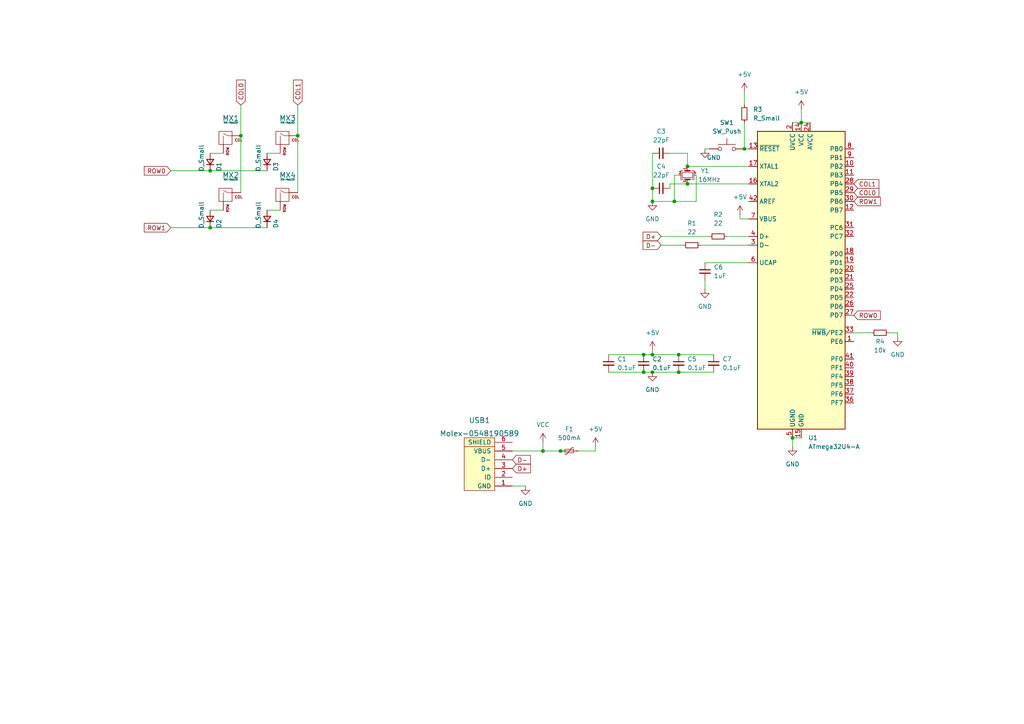
<source format=kicad_sch>
(kicad_sch (version 20211123) (generator eeschema)
  (paper "A4")
  (lib_symbols
    (symbol "Device:C_Small" (pin_numbers hide) (pin_names (offset 0.254) hide)
      (property "Reference" "C" (at 0.254 1.778 0))
      (property "Value" "C_Small" (at 0.254 -2.032 0))
      (symbol "C_Small_0_1"
        (polyline (pts (xy -1.524 -0.508) (xy 1.524 -0.508)) (stroke (width 0.3302)))
        (polyline (pts (xy -1.524 0.508) (xy 1.524 0.508)) (stroke (width 0.3048)))
      )
      (symbol "C_Small_1_1"
        (pin passive line (at 0 2.54 270) (length 2.032) (name "~") (number "1"))
        (pin passive line (at 0 -2.54 90) (length 2.032) (name "~") (number "2"))
      )
    )
    (symbol "Device:Crystal_GND24_Small" (pin_names (offset 1.016) hide)
      (property "Reference" "Y" (at 1.27 4.445 0))
      (property "Value" "Crystal_GND24_Small" (at 1.27 2.54 0))
      (symbol "Crystal_GND24_Small_0_1"
        (rectangle (start -0.762 -1.524) (end 0.762 1.524))
        (polyline (pts (xy -1.27 -0.762) (xy -1.27 0.762)) (stroke (width 0.381)))
        (polyline (pts (xy 1.27 -0.762) (xy 1.27 0.762)) (stroke (width 0.381)))
        (polyline (pts (xy -1.27 -1.27) (xy -1.27 -1.905) (xy 1.27 -1.905) (xy 1.27 -1.27)))
        (polyline (pts (xy -1.27 1.27) (xy -1.27 1.905) (xy 1.27 1.905) (xy 1.27 1.27)))
      )
      (symbol "Crystal_GND24_Small_1_1"
        (pin passive line (at -2.54 0 0) (length 1.27) (name "1") (number "1"))
        (pin passive line (at 0 -2.54 90) (length 0.635) (name "2") (number "2"))
        (pin passive line (at 2.54 0 180) (length 1.27) (name "3") (number "3"))
        (pin passive line (at 0 2.54 270) (length 0.635) (name "4") (number "4"))
      )
    )
    (symbol "Device:D_Small" (pin_numbers hide) (pin_names (offset 0.254) hide)
      (property "Reference" "D" (at -1.27 2.032 0))
      (property "Value" "D_Small" (at -3.81 -2.032 0))
      (symbol "D_Small_0_1"
        (polyline (pts (xy -0.762 -1.016) (xy -0.762 1.016)) (stroke (width 0.254)))
        (polyline (pts (xy -0.762 0) (xy 0.762 0)))
        (polyline (pts (xy 0.762 -1.016) (xy -0.762 0) (xy 0.762 1.016) (xy 0.762 -1.016)) (stroke (width 0.254)))
      )
      (symbol "D_Small_1_1"
        (pin passive line (at -2.54 0 0) (length 1.778) (name "K") (number "1"))
        (pin passive line (at 2.54 0 180) (length 1.778) (name "A") (number "2"))
      )
    )
    (symbol "Device:Polyfuse_Small" (pin_numbers hide) (pin_names (offset 0))
      (property "Reference" "F" (at -1.905 0 90))
      (property "Value" "Polyfuse_Small" (at 1.905 0 90))
      (symbol "Polyfuse_Small_0_1"
        (rectangle (start -0.508 1.27) (end 0.508 -1.27))
        (polyline (pts (xy 0 2.54) (xy 0 -2.54)))
        (polyline (pts (xy -1.016 1.27) (xy -1.016 0.762) (xy 1.016 -0.762) (xy 1.016 -1.27)))
      )
      (symbol "Polyfuse_Small_1_1"
        (pin passive line (at 0 2.54 270) (length 0.635) (name "~") (number "1"))
        (pin passive line (at 0 -2.54 90) (length 0.635) (name "~") (number "2"))
      )
    )
    (symbol "Device:R_Small" (pin_numbers hide) (pin_names (offset 0.254) hide)
      (property "Reference" "R" (at 0.762 0.508 0))
      (property "Value" "R_Small" (at 0.762 -1.016 0))
      (symbol "R_Small_0_1"
        (rectangle (start -0.762 1.778) (end 0.762 -1.778) (stroke (width 0.2032)))
      )
      (symbol "R_Small_1_1"
        (pin passive line (at 0 2.54 270) (length 0.762) (name "~") (number "1"))
        (pin passive line (at 0 -2.54 90) (length 0.762) (name "~") (number "2"))
      )
    )
    (symbol "MCU_Microchip_ATmega:ATmega32U4-A"
      (property "Reference" "U" (at -12.7 44.45 0))
      (property "Value" "ATmega32U4-A" (at 2.54 -44.45 0))
      (symbol "ATmega32U4-A_0_1"
        (rectangle (start -12.7 -43.18) (end 12.7 43.18) (stroke (width 0.254)) (fill (type background)))
      )
      (symbol "ATmega32U4-A_1_1"
        (pin bidirectional line (at 15.24 -17.78 180) (length 2.54) (name "PE6") (number "1"))
        (pin bidirectional line (at 15.24 33.02 180) (length 2.54) (name "PB2") (number "10"))
        (pin bidirectional line (at 15.24 30.48 180) (length 2.54) (name "PB3") (number "11"))
        (pin bidirectional line (at 15.24 20.32 180) (length 2.54) (name "PB7") (number "12"))
        (pin input line (at -15.24 38.1 0) (length 2.54) (name "~{RESET}") (number "13"))
        (pin power_in line (at 0 45.72 270) (length 2.54) (name "VCC") (number "14"))
        (pin power_in line (at 0 -45.72 90) (length 2.54) (name "GND") (number "15"))
        (pin output line (at -15.24 27.94 0) (length 2.54) (name "XTAL2") (number "16"))
        (pin input line (at -15.24 33.02 0) (length 2.54) (name "XTAL1") (number "17"))
        (pin bidirectional line (at 15.24 7.62 180) (length 2.54) (name "PD0") (number "18"))
        (pin bidirectional line (at 15.24 5.08 180) (length 2.54) (name "PD1") (number "19"))
        (pin power_in line (at -2.54 45.72 270) (length 2.54) (name "UVCC") (number "2"))
        (pin bidirectional line (at 15.24 2.54 180) (length 2.54) (name "PD2") (number "20"))
        (pin bidirectional line (at 15.24 0 180) (length 2.54) (name "PD3") (number "21"))
        (pin bidirectional line (at 15.24 -5.08 180) (length 2.54) (name "PD5") (number "22"))
        (pin passive line (at 0 -45.72 90) (length 2.54) hide (name "GND") (number "23"))
        (pin power_in line (at 2.54 45.72 270) (length 2.54) (name "AVCC") (number "24"))
        (pin bidirectional line (at 15.24 -2.54 180) (length 2.54) (name "PD4") (number "25"))
        (pin bidirectional line (at 15.24 -7.62 180) (length 2.54) (name "PD6") (number "26"))
        (pin bidirectional line (at 15.24 -10.16 180) (length 2.54) (name "PD7") (number "27"))
        (pin bidirectional line (at 15.24 27.94 180) (length 2.54) (name "PB4") (number "28"))
        (pin bidirectional line (at 15.24 25.4 180) (length 2.54) (name "PB5") (number "29"))
        (pin bidirectional line (at -15.24 10.16 0) (length 2.54) (name "D-") (number "3"))
        (pin bidirectional line (at 15.24 22.86 180) (length 2.54) (name "PB6") (number "30"))
        (pin bidirectional line (at 15.24 15.24 180) (length 2.54) (name "PC6") (number "31"))
        (pin bidirectional line (at 15.24 12.7 180) (length 2.54) (name "PC7") (number "32"))
        (pin bidirectional line (at 15.24 -15.24 180) (length 2.54) (name "~{HWB}/PE2") (number "33"))
        (pin passive line (at 0 45.72 270) (length 2.54) hide (name "VCC") (number "34"))
        (pin passive line (at 0 -45.72 90) (length 2.54) hide (name "GND") (number "35"))
        (pin bidirectional line (at 15.24 -35.56 180) (length 2.54) (name "PF7") (number "36"))
        (pin bidirectional line (at 15.24 -33.02 180) (length 2.54) (name "PF6") (number "37"))
        (pin bidirectional line (at 15.24 -30.48 180) (length 2.54) (name "PF5") (number "38"))
        (pin bidirectional line (at 15.24 -27.94 180) (length 2.54) (name "PF4") (number "39"))
        (pin bidirectional line (at -15.24 12.7 0) (length 2.54) (name "D+") (number "4"))
        (pin bidirectional line (at 15.24 -25.4 180) (length 2.54) (name "PF1") (number "40"))
        (pin bidirectional line (at 15.24 -22.86 180) (length 2.54) (name "PF0") (number "41"))
        (pin passive line (at -15.24 22.86 0) (length 2.54) (name "AREF") (number "42"))
        (pin passive line (at 0 -45.72 90) (length 2.54) hide (name "GND") (number "43"))
        (pin passive line (at 2.54 45.72 270) (length 2.54) hide (name "AVCC") (number "44"))
        (pin passive line (at -2.54 -45.72 90) (length 2.54) (name "UGND") (number "5"))
        (pin passive line (at -15.24 5.08 0) (length 2.54) (name "UCAP") (number "6"))
        (pin input line (at -15.24 17.78 0) (length 2.54) (name "VBUS") (number "7"))
        (pin bidirectional line (at 15.24 38.1 180) (length 2.54) (name "PB0") (number "8"))
        (pin bidirectional line (at 15.24 35.56 180) (length 2.54) (name "PB1") (number "9"))
      )
    )
    (symbol "MX_Alps_Hybrid:MX-NoLED" (pin_names (offset 1.016))
      (property "Reference" "MX" (at -0.635 3.81 0))
      (property "Value" "MX-NoLED" (at -0.635 1.27 0))
      (symbol "MX-NoLED_0_0"
        (rectangle (start -2.54 2.54) (end 1.27 -1.27))
        (polyline (pts (xy -1.27 -1.27) (xy -1.27 1.27)) (stroke (width 0.127)))
        (polyline (pts (xy 1.27 1.27) (xy 0 1.27) (xy -1.27 1.905)) (stroke (width 0.127)))
        (text "COL" (at 3.175 0 0) (effects (font (size 0.762 0.762))))
        (text "ROW" (at 0 -1.905 900) (effects (font (size 0.762 0.762)) (justify right)))
      )
      (symbol "MX-NoLED_1_1"
        (pin passive line (at 3.81 1.27 180) (length 2.54) (name "COL") (number "1"))
        (pin passive line (at -1.27 -3.81 90) (length 2.54) (name "ROW") (number "2"))
      )
    )
    (symbol "Switch:SW_Push" (pin_numbers hide) (pin_names (offset 1.016) hide)
      (property "Reference" "SW" (at 1.27 2.54 0))
      (property "Value" "SW_Push" (at 0 -1.524 0))
      (symbol "SW_Push_0_1"
        (circle (center -2.032 0) (radius 0.508))
        (polyline (pts (xy 0 1.27) (xy 0 3.048)))
        (polyline (pts (xy 2.54 1.27) (xy -2.54 1.27)))
        (circle (center 2.032 0) (radius 0.508))
        (pin passive line (at -5.08 0 0) (length 2.54) (name "1") (number "1"))
        (pin passive line (at 5.08 0 180) (length 2.54) (name "2") (number "2"))
      )
    )
    (symbol "power:+5V" (power) (pin_names (offset 0))
      (property "Value" "+5V" (at 0 3.556 0))
      (symbol "+5V_0_1"
        (polyline (pts (xy -0.762 1.27) (xy 0 2.54)))
        (polyline (pts (xy 0 0) (xy 0 2.54)))
        (polyline (pts (xy 0 2.54) (xy 0.762 1.27)))
      )
      (symbol "+5V_1_1"
        (pin power_in line (at 0 0 90) (length 0) hide (name "+5V") (number "1"))
      )
    )
    (symbol "power:GND" (power) (pin_names (offset 0))
      (property "Value" "GND" (at 0 -3.81 0))
      (symbol "GND_0_1"
        (polyline (pts (xy 0 0) (xy 0 -1.27) (xy 1.27 -1.27) (xy 0 -2.54) (xy -1.27 -1.27) (xy 0 -1.27)))
      )
      (symbol "GND_1_1"
        (pin power_in line (at 0 0 270) (length 0) hide (name "GND") (number "1"))
      )
    )
    (symbol "power:VCC" (power) (pin_names (offset 0))
      (property "Value" "VCC" (at 0 3.81 0))
      (symbol "VCC_0_1"
        (polyline (pts (xy -0.762 1.27) (xy 0 2.54)))
        (polyline (pts (xy 0 0) (xy 0 2.54)))
        (polyline (pts (xy 0 2.54) (xy 0.762 1.27)))
      )
      (symbol "VCC_1_1"
        (pin power_in line (at 0 0 90) (length 0) hide (name "VCC") (number "1"))
      )
    )
    (symbol "random-keyboard-parts:Molex-0548190589" (pin_names (offset 1.016))
      (property "Reference" "USB" (at 0 7.62 0))
      (property "Value" "Molex-0548190589" (at 0 10.16 0))
      (symbol "Molex-0548190589_0_0"
        (polyline (pts (xy 6.35 -2.54) (xy 6.35 6.35)))
        (rectangle (start 8.89 -2.54) (end -6.35 6.35) (fill (type background)))
      )
      (symbol "Molex-0548190589_1_1"
        (pin input line (at -5.08 -7.62 90) (length 5.08) (name "GND") (number "1"))
        (pin input line (at -2.54 -7.62 90) (length 5.08) (name "ID") (number "2"))
        (pin input line (at 0 -7.62 90) (length 5.08) (name "D+") (number "3"))
        (pin input line (at 2.54 -7.62 90) (length 5.08) (name "D-") (number "4"))
        (pin input line (at 5.08 -7.62 90) (length 5.08) (name "VBUS") (number "5"))
        (pin input line (at 7.62 -7.62 90) (length 5.08) (name "SHIELD") (number "6"))
      )
    )
  )
  (junction (at 189.23 102.87))
  (junction (at 162.56 130.81))
  (junction (at 196.85 102.87))
  (junction (at 195.58 58.42))
  (junction (at 199.39 53.34))
  (junction (at 229.87 127))
  (junction (at 196.85 107.95))
  (junction (at 86.36 39.37))
  (junction (at 60.96 49.53))
  (junction (at 189.23 58.42))
  (junction (at 199.39 48.26))
  (junction (at 215.9 43.18))
  (junction (at 189.23 107.95))
  (junction (at 232.41 35.56))
  (junction (at 186.69 102.87))
  (junction (at 69.85 39.37))
  (junction (at 186.69 107.95))
  (junction (at 60.96 66.04))
  (junction (at 189.23 54.61))
  (junction (at 157.48 130.81))
  (wire (pts (xy 204.47 81.28) (xy 204.47 83.82)))
  (wire (pts (xy 60.96 49.53) (xy 77.47 49.53)))
  (wire (pts (xy 189.23 58.42) (xy 195.58 58.42)))
  (wire (pts (xy 232.41 31.75) (xy 232.41 35.56)))
  (wire (pts (xy 257.81 96.52) (xy 260.35 96.52)))
  (wire (pts (xy 203.2 71.12) (xy 217.17 71.12)))
  (wire (pts (xy 189.23 102.87) (xy 196.85 102.87)))
  (wire (pts (xy 172.72 129.54) (xy 172.72 130.81)))
  (wire (pts (xy 199.39 53.34) (xy 217.17 53.34)))
  (wire (pts (xy 189.23 107.95) (xy 196.85 107.95)))
  (wire (pts (xy 260.35 96.52) (xy 260.35 97.79)))
  (wire (pts (xy 77.47 44.45) (xy 81.28 44.45)))
  (wire (pts (xy 60.96 44.45) (xy 64.77 44.45)))
  (wire (pts (xy 176.53 107.95) (xy 186.69 107.95)))
  (wire (pts (xy 49.53 66.04) (xy 60.96 66.04)))
  (wire (pts (xy 199.39 48.26) (xy 217.17 48.26)))
  (wire (pts (xy 49.53 49.53) (xy 60.96 49.53)))
  (wire (pts (xy 215.9 26.67) (xy 215.9 30.48)))
  (wire (pts (xy 210.82 68.58) (xy 217.17 68.58)))
  (wire (pts (xy 77.47 60.96) (xy 81.28 60.96)))
  (wire (pts (xy 172.72 130.81) (xy 167.64 130.81)))
  (wire (pts (xy 157.48 130.81) (xy 162.56 130.81)))
  (wire (pts (xy 86.36 30.48) (xy 86.36 39.37)))
  (wire (pts (xy 229.87 127) (xy 232.41 127)))
  (wire (pts (xy 189.23 54.61) (xy 189.23 58.42)))
  (wire (pts (xy 196.85 107.95) (xy 207.01 107.95)))
  (wire (pts (xy 157.48 128.27) (xy 157.48 130.81)))
  (wire (pts (xy 204.47 76.2) (xy 217.17 76.2)))
  (wire (pts (xy 191.77 71.12) (xy 198.12 71.12)))
  (wire (pts (xy 195.58 58.42) (xy 201.93 58.42)))
  (wire (pts (xy 60.96 60.96) (xy 64.77 60.96)))
  (wire (pts (xy 189.23 101.6) (xy 189.23 102.87)))
  (wire (pts (xy 148.59 130.81) (xy 157.48 130.81)))
  (wire (pts (xy 204.47 43.18) (xy 205.74 43.18)))
  (wire (pts (xy 191.77 68.58) (xy 205.74 68.58)))
  (wire (pts (xy 215.9 43.18) (xy 217.17 43.18)))
  (wire (pts (xy 229.87 127) (xy 229.87 129.54)))
  (wire (pts (xy 194.31 54.61) (xy 194.31 53.34)))
  (wire (pts (xy 186.69 102.87) (xy 189.23 102.87)))
  (wire (pts (xy 214.63 62.23) (xy 214.63 63.5)))
  (wire (pts (xy 162.56 130.81) (xy 165.1 130.81)))
  (wire (pts (xy 189.23 44.45) (xy 189.23 54.61)))
  (wire (pts (xy 199.39 44.45) (xy 199.39 48.26)))
  (wire (pts (xy 196.85 50.8) (xy 195.58 50.8)))
  (wire (pts (xy 196.85 102.87) (xy 207.01 102.87)))
  (wire (pts (xy 176.53 102.87) (xy 186.69 102.87)))
  (wire (pts (xy 148.59 140.97) (xy 152.4 140.97)))
  (wire (pts (xy 247.65 96.52) (xy 252.73 96.52)))
  (wire (pts (xy 69.85 39.37) (xy 69.85 55.88)))
  (wire (pts (xy 232.41 35.56) (xy 234.95 35.56)))
  (wire (pts (xy 229.87 35.56) (xy 232.41 35.56)))
  (wire (pts (xy 86.36 39.37) (xy 86.36 55.88)))
  (wire (pts (xy 60.96 66.04) (xy 77.47 66.04)))
  (wire (pts (xy 217.17 63.5) (xy 214.63 63.5)))
  (wire (pts (xy 215.9 35.56) (xy 215.9 43.18)))
  (wire (pts (xy 201.93 50.8) (xy 201.93 58.42)))
  (wire (pts (xy 186.69 107.95) (xy 189.23 107.95)))
  (wire (pts (xy 195.58 50.8) (xy 195.58 58.42)))
  (wire (pts (xy 69.85 30.48) (xy 69.85 39.37)))
  (wire (pts (xy 194.31 44.45) (xy 199.39 44.45)))
  (wire (pts (xy 194.31 53.34) (xy 199.39 53.34)))
  (global_label "COL0" (shape input) (at 69.85 30.48 90) (property "Intersheet References" "${INTERSHEET_REFS}" (effects hide)))
  (global_label "ROW0" (shape input) (at 49.53 49.53 180) (property "Intersheet References" "${INTERSHEET_REFS}" (effects hide)))
  (global_label "D+" (shape input) (at 191.77 68.58 180) (property "Intersheet References" "${INTERSHEET_REFS}" (effects hide)))
  (global_label "COL1" (shape input) (at 247.65 53.34 0) (property "Intersheet References" "${INTERSHEET_REFS}" (effects hide)))
  (global_label "D+" (shape input) (at 148.59 135.89 0) (property "Intersheet References" "${INTERSHEET_REFS}" (effects hide)))
  (global_label "ROW1" (shape input) (at 49.53 66.04 180) (property "Intersheet References" "${INTERSHEET_REFS}" (effects hide)))
  (global_label "COL1" (shape input) (at 86.36 30.48 90) (property "Intersheet References" "${INTERSHEET_REFS}" (effects hide)))
  (global_label "COL0" (shape input) (at 247.65 55.88 0) (property "Intersheet References" "${INTERSHEET_REFS}" (effects hide)))
  (global_label "D-" (shape input) (at 191.77 71.12 180) (property "Intersheet References" "${INTERSHEET_REFS}" (effects hide)))
  (global_label "D-" (shape input) (at 148.59 133.35 0) (property "Intersheet References" "${INTERSHEET_REFS}" (effects hide)))
  (global_label "ROW0" (shape input) (at 247.65 91.44 0) (property "Intersheet References" "${INTERSHEET_REFS}" (effects hide)))
  (global_label "ROW1" (shape input) (at 247.65 58.42 0) (property "Intersheet References" "${INTERSHEET_REFS}" (effects hide)))
  (symbol (lib_id "power:+5V") (at 214.63 62.23 0) (unit 1)
    (property "Reference" "#PWR0110" (effects hide))
    (property "Value" "+5V" (at 214.63 57.15 0))
  )
  (symbol (lib_id "power:GND") (at 204.47 83.82 0) (unit 1)
    (property "Reference" "#PWR0106" (effects hide))
    (property "Value" "GND" (at 204.47 88.9 0))
  )
  (symbol (lib_id "power:VCC") (at 157.48 128.27 0) (unit 1)
    (property "Reference" "#PWR0109" (effects hide))
    (property "Value" "VCC" (at 157.48 123.19 0))
  )
  (symbol (lib_id "Device:R_Small") (at 200.66 71.12 90) (unit 1)
    (property "Reference" "R1" (at 200.66 64.77 90))
    (property "Value" "22" (at 200.66 67.31 90))
    (property "Footprint" "Resistor_SMD:R_0805_2012Metric" (effects hide))
  )
  (symbol (lib_id "MX_Alps_Hybrid:MX-NoLED") (at 66.04 40.64 0) (unit 1)
    (property "Reference" "MX1" (at 66.9256 34.29 0) (effects (font (size 1.524 1.524))))
    (property "Value" "MX-NoLED" (at 66.9256 35.56 0) (effects (font (size 0.508 0.508))))
    (property "Footprint" "MX_Alps_Hybrid:MX-1U-NoLED" (effects hide))
  )
  (symbol (lib_id "power:GND") (at 260.35 97.79 0) (unit 1)
    (property "Reference" "#PWR0113" (effects hide))
    (property "Value" "GND" (at 260.35 102.87 0))
  )
  (symbol (lib_id "Device:Crystal_GND24_Small") (at 199.39 50.8 270) (unit 1)
    (property "Reference" "Y1" (at 204.47 49.53 90))
    (property "Value" "16MHz" (at 205.74 52.07 90))
    (property "Footprint" "Crystal:Crystal_SMD_3225-4Pin_3.2x2.5mm" (effects hide))
  )
  (symbol (lib_id "Device:Polyfuse_Small") (at 165.1 130.81 270) (unit 1)
    (property "Reference" "F1" (at 165.1 124.46 90))
    (property "Value" "500mA" (at 165.1 127 90))
    (property "Footprint" "Fuse:Fuse_1206_3216Metric" (effects hide))
  )
  (symbol (lib_id "power:GND") (at 189.23 107.95 0) (unit 1)
    (property "Reference" "#PWR0104" (effects hide))
    (property "Value" "GND" (at 189.23 113.03 0))
  )
  (symbol (lib_id "Switch:SW_Push") (at 210.82 43.18 0) (unit 1)
    (property "Reference" "SW1" (at 210.82 35.56 0))
    (property "Value" "SW_Push" (at 210.82 38.1 0))
    (property "Footprint" "random-keyboard-parts:SKQG-1155865" (effects hide))
  )
  (symbol (lib_id "random-keyboard-parts:Molex-0548190589") (at 140.97 135.89 90) (unit 1)
    (property "Reference" "USB1" (at 139.065 121.92 90) (effects (font (size 1.524 1.524))))
    (property "Value" "Molex-0548190589" (at 139.065 125.73 90) (effects (font (size 1.524 1.524))))
    (property "Footprint" "random-keyboard-parts:Molex-0548190589" (effects hide))
  )
  (symbol (lib_id "Device:C_Small") (at 176.53 105.41 0) (unit 1)
    (property "Reference" "C1" (at 179.07 104.1462 0) (effects (justify left)))
    (property "Value" "0.1uF" (at 179.07 106.6862 0) (effects (justify left)))
    (property "Footprint" "Capacitor_SMD:C_0805_2012Metric" (effects hide))
  )
  (symbol (lib_id "Device:D_Small") (at 77.47 63.5 90) (unit 1)
    (property "Reference" "D4" (at 80.01 63.5 0) (effects (justify right)))
    (property "Value" "D_Small" (at 74.93 58.42 0) (effects (justify right)))
    (property "Footprint" "Diode_SMD:D_SOD-123" (effects hide))
  )
  (symbol (lib_id "power:GND") (at 189.23 58.42 0) (unit 1)
    (property "Reference" "#PWR0101" (effects hide))
    (property "Value" "GND" (at 189.23 63.5 0))
  )
  (symbol (lib_id "power:+5V") (at 189.23 101.6 0) (unit 1)
    (property "Reference" "#PWR0105" (effects hide))
    (property "Value" "+5V" (at 189.23 96.52 0))
  )
  (symbol (lib_id "Device:C_Small") (at 196.85 105.41 0) (unit 1)
    (property "Reference" "C5" (at 199.39 104.1462 0) (effects (justify left)))
    (property "Value" "0.1uF" (at 199.39 106.6862 0) (effects (justify left)))
    (property "Footprint" "Capacitor_SMD:C_0805_2012Metric" (effects hide))
  )
  (symbol (lib_id "power:GND") (at 204.47 43.18 0) (unit 1)
    (property "Reference" "#PWR0112" (effects hide))
    (property "Value" "GND" (at 207.01 45.72 0))
  )
  (symbol (lib_id "MX_Alps_Hybrid:MX-NoLED") (at 66.04 57.15 0) (unit 1)
    (property "Reference" "MX2" (at 66.9256 50.8 0) (effects (font (size 1.524 1.524))))
    (property "Value" "MX-NoLED" (at 66.9256 52.07 0) (effects (font (size 0.508 0.508))))
    (property "Footprint" "MX_Alps_Hybrid:MX-1U-NoLED" (effects hide))
  )
  (symbol (lib_id "Device:D_Small") (at 60.96 63.5 90) (unit 1)
    (property "Reference" "D2" (at 63.5 63.5 0) (effects (justify right)))
    (property "Value" "D_Small" (at 58.42 58.42 0) (effects (justify right)))
    (property "Footprint" "Diode_SMD:D_SOD-123" (effects hide))
  )
  (symbol (lib_id "power:+5V") (at 172.72 129.54 0) (unit 1)
    (property "Reference" "#PWR0107" (effects hide))
    (property "Value" "+5V" (at 172.72 124.46 0))
  )
  (symbol (lib_id "MX_Alps_Hybrid:MX-NoLED") (at 82.55 57.15 0) (unit 1)
    (property "Reference" "MX4" (at 83.4356 50.8 0) (effects (font (size 1.524 1.524))))
    (property "Value" "MX-NoLED" (at 83.4356 52.07 0) (effects (font (size 0.508 0.508))))
    (property "Footprint" "MX_Alps_Hybrid:MX-1U-NoLED" (effects hide))
  )
  (symbol (lib_id "Device:C_Small") (at 204.47 78.74 0) (unit 1)
    (property "Reference" "C6" (at 207.01 77.4762 0) (effects (justify left)))
    (property "Value" "1uF" (at 207.01 80.0162 0) (effects (justify left)))
    (property "Footprint" "Capacitor_SMD:C_0805_2012Metric" (effects hide))
  )
  (symbol (lib_id "Device:C_Small") (at 191.77 54.61 90) (unit 1)
    (property "Reference" "C4" (at 191.7763 48.26 90))
    (property "Value" "22pF" (at 191.7763 50.8 90))
    (property "Footprint" "Capacitor_SMD:C_0805_2012Metric" (effects hide))
  )
  (symbol (lib_id "Device:C_Small") (at 186.69 105.41 0) (unit 1)
    (property "Reference" "C2" (at 189.23 104.1462 0) (effects (justify left)))
    (property "Value" "0.1uF" (at 189.23 106.6862 0) (effects (justify left)))
    (property "Footprint" "Capacitor_SMD:C_0805_2012Metric" (effects hide))
  )
  (symbol (lib_id "Device:R_Small") (at 208.28 68.58 90) (unit 1)
    (property "Reference" "R2" (at 208.28 62.23 90))
    (property "Value" "22" (at 208.28 64.77 90))
    (property "Footprint" "Resistor_SMD:R_0805_2012Metric" (effects hide))
  )
  (symbol (lib_id "MX_Alps_Hybrid:MX-NoLED") (at 82.55 40.64 0) (unit 1)
    (property "Reference" "MX3" (at 83.4356 34.29 0) (effects (font (size 1.524 1.524))))
    (property "Value" "MX-NoLED" (at 83.4356 35.56 0) (effects (font (size 0.508 0.508))))
    (property "Footprint" "MX_Alps_Hybrid:MX-1U-NoLED" (effects hide))
  )
  (symbol (lib_id "Device:D_Small") (at 60.96 46.99 90) (unit 1)
    (property "Reference" "D1" (at 63.5 46.99 0) (effects (justify right)))
    (property "Value" "D_Small" (at 58.42 41.91 0) (effects (justify right)))
    (property "Footprint" "Diode_SMD:D_SOD-123" (effects hide))
  )
  (symbol (lib_id "Device:C_Small") (at 207.01 105.41 0) (unit 1)
    (property "Reference" "C7" (at 209.55 104.1462 0) (effects (justify left)))
    (property "Value" "0.1uF" (at 209.55 106.6862 0) (effects (justify left)))
    (property "Footprint" "Capacitor_SMD:C_0805_2012Metric" (effects hide))
  )
  (symbol (lib_id "Device:R_Small") (at 255.27 96.52 90) (unit 1)
    (property "Reference" "R4" (at 255.27 99.06 90))
    (property "Value" "10k" (at 255.27 101.6 90))
    (property "Footprint" "Resistor_SMD:R_0805_2012Metric" (effects hide))
  )
  (symbol (lib_id "power:+5V") (at 215.9 26.67 0) (unit 1)
    (property "Reference" "#PWR0102" (effects hide))
    (property "Value" "+5V" (at 215.9 21.59 0))
  )
  (symbol (lib_id "Device:D_Small") (at 77.47 46.99 90) (unit 1)
    (property "Reference" "D3" (at 80.01 46.99 0) (effects (justify right)))
    (property "Value" "D_Small" (at 74.93 41.91 0) (effects (justify right)))
    (property "Footprint" "Diode_SMD:D_SOD-123" (effects hide))
  )
  (symbol (lib_id "power:GND") (at 229.87 129.54 0) (unit 1)
    (property "Reference" "#PWR0103" (effects hide))
    (property "Value" "GND" (at 229.87 134.62 0))
  )
  (symbol (lib_id "Device:R_Small") (at 215.9 33.02 0) (unit 1)
    (property "Reference" "R3" (at 218.44 31.7499 0) (effects (justify left)))
    (property "Value" "R_Small" (at 218.44 34.2899 0) (effects (justify left)))
    (property "Footprint" "Resistor_SMD:R_0805_2012Metric" (effects hide))
  )
  (symbol (lib_id "power:GND") (at 152.4 140.97 0) (unit 1)
    (property "Reference" "#PWR0108" (effects hide))
    (property "Value" "GND" (at 152.4 146.05 0))
  )
  (symbol (lib_id "MCU_Microchip_ATmega:ATmega32U4-A") (at 232.41 81.28 0) (unit 1)
    (property "Reference" "U1" (at 234.4294 127 0) (effects (justify left)))
    (property "Value" "ATmega32U4-A" (at 234.4294 129.54 0) (effects (justify left)))
    (property "Footprint" "Package_QFP:TQFP-44_10x10mm_P0.8mm" (effects hide))
    (property "Datasheet" "http://ww1.microchip.com/downloads/en/DeviceDoc/Atmel-7766-8-bit-AVR-ATmega16U4-32U4_Datasheet.pdf" (effects hide))
  )
  (symbol (lib_id "power:+5V") (at 232.41 31.75 0) (unit 1)
    (property "Reference" "#PWR0111" (effects hide))
    (property "Value" "+5V" (at 232.41 26.67 0))
  )
  (symbol (lib_id "Device:C_Small") (at 191.77 44.45 90) (unit 1)
    (property "Reference" "C3" (at 191.7763 38.1 90))
    (property "Value" "22pF" (at 191.7763 40.64 90))
    (property "Footprint" "Capacitor_SMD:C_0805_2012Metric" (effects hide))
  )
)
</source>
